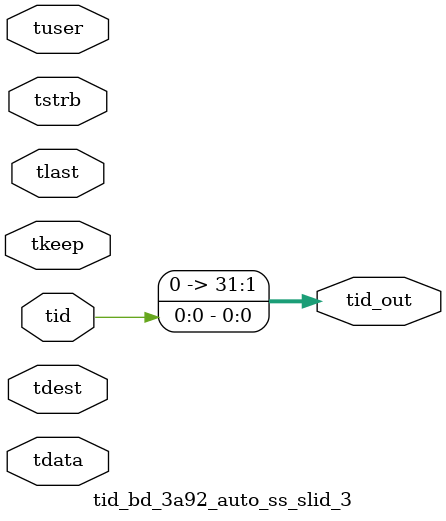
<source format=v>


`timescale 1ps/1ps

module tid_bd_3a92_auto_ss_slid_3 #
(
parameter C_S_AXIS_TID_WIDTH   = 1,
parameter C_S_AXIS_TUSER_WIDTH = 0,
parameter C_S_AXIS_TDATA_WIDTH = 0,
parameter C_S_AXIS_TDEST_WIDTH = 0,
parameter C_M_AXIS_TID_WIDTH   = 32
)
(
input  [(C_S_AXIS_TID_WIDTH   == 0 ? 1 : C_S_AXIS_TID_WIDTH)-1:0       ] tid,
input  [(C_S_AXIS_TDATA_WIDTH == 0 ? 1 : C_S_AXIS_TDATA_WIDTH)-1:0     ] tdata,
input  [(C_S_AXIS_TUSER_WIDTH == 0 ? 1 : C_S_AXIS_TUSER_WIDTH)-1:0     ] tuser,
input  [(C_S_AXIS_TDEST_WIDTH == 0 ? 1 : C_S_AXIS_TDEST_WIDTH)-1:0     ] tdest,
input  [(C_S_AXIS_TDATA_WIDTH/8)-1:0 ] tkeep,
input  [(C_S_AXIS_TDATA_WIDTH/8)-1:0 ] tstrb,
input                                                                    tlast,
output [(C_M_AXIS_TID_WIDTH   == 0 ? 1 : C_M_AXIS_TID_WIDTH)-1:0       ] tid_out
);

assign tid_out = {tid[0:0]};

endmodule


</source>
